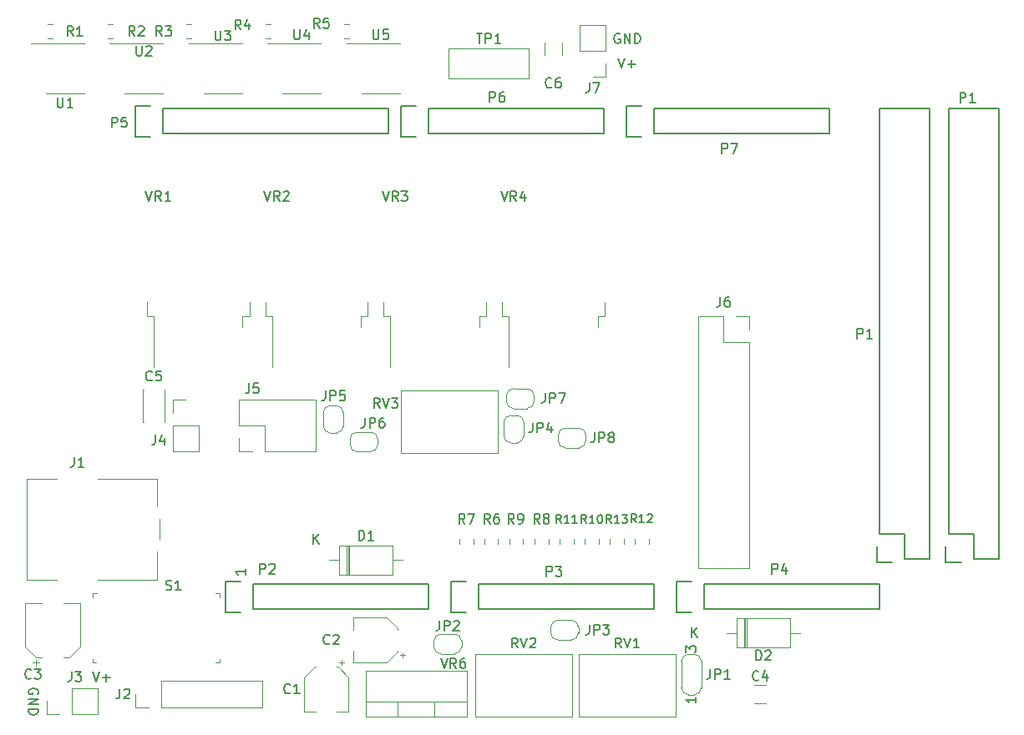
<source format=gbr>
G04 #@! TF.GenerationSoftware,KiCad,Pcbnew,(5.1.5)-3*
G04 #@! TF.CreationDate,2020-08-08T04:04:00-04:00*
G04 #@! TF.ProjectId,LT3081-ARDUINO-HEADERS,4c543330-3831-42d4-9152-4455494e4f2d,rev?*
G04 #@! TF.SameCoordinates,Original*
G04 #@! TF.FileFunction,Legend,Top*
G04 #@! TF.FilePolarity,Positive*
%FSLAX46Y46*%
G04 Gerber Fmt 4.6, Leading zero omitted, Abs format (unit mm)*
G04 Created by KiCad (PCBNEW (5.1.5)-3) date 2020-08-08 04:04:00*
%MOMM*%
%LPD*%
G04 APERTURE LIST*
%ADD10C,0.150000*%
%ADD11C,0.120000*%
%ADD12C,0.100000*%
G04 APERTURE END LIST*
D10*
X169738095Y-62000000D02*
X169642857Y-61952380D01*
X169500000Y-61952380D01*
X169357142Y-62000000D01*
X169261904Y-62095238D01*
X169214285Y-62190476D01*
X169166666Y-62380952D01*
X169166666Y-62523809D01*
X169214285Y-62714285D01*
X169261904Y-62809523D01*
X169357142Y-62904761D01*
X169500000Y-62952380D01*
X169595238Y-62952380D01*
X169738095Y-62904761D01*
X169785714Y-62857142D01*
X169785714Y-62523809D01*
X169595238Y-62523809D01*
X170214285Y-62952380D02*
X170214285Y-61952380D01*
X170785714Y-62952380D01*
X170785714Y-61952380D01*
X171261904Y-62952380D02*
X171261904Y-61952380D01*
X171500000Y-61952380D01*
X171642857Y-62000000D01*
X171738095Y-62095238D01*
X171785714Y-62190476D01*
X171833333Y-62380952D01*
X171833333Y-62523809D01*
X171785714Y-62714285D01*
X171738095Y-62809523D01*
X171642857Y-62904761D01*
X171500000Y-62952380D01*
X171261904Y-62952380D01*
X169547619Y-64452380D02*
X169880952Y-65452380D01*
X170214285Y-64452380D01*
X170547619Y-65071428D02*
X171309523Y-65071428D01*
X170928571Y-65452380D02*
X170928571Y-64690476D01*
X110750000Y-128988095D02*
X110797619Y-128892857D01*
X110797619Y-128750000D01*
X110750000Y-128607142D01*
X110654761Y-128511904D01*
X110559523Y-128464285D01*
X110369047Y-128416666D01*
X110226190Y-128416666D01*
X110035714Y-128464285D01*
X109940476Y-128511904D01*
X109845238Y-128607142D01*
X109797619Y-128750000D01*
X109797619Y-128845238D01*
X109845238Y-128988095D01*
X109892857Y-129035714D01*
X110226190Y-129035714D01*
X110226190Y-128845238D01*
X109797619Y-129464285D02*
X110797619Y-129464285D01*
X109797619Y-130035714D01*
X110797619Y-130035714D01*
X109797619Y-130511904D02*
X110797619Y-130511904D01*
X110797619Y-130750000D01*
X110750000Y-130892857D01*
X110654761Y-130988095D01*
X110559523Y-131035714D01*
X110369047Y-131083333D01*
X110226190Y-131083333D01*
X110035714Y-131035714D01*
X109940476Y-130988095D01*
X109845238Y-130892857D01*
X109797619Y-130750000D01*
X109797619Y-130511904D01*
X116297619Y-126702380D02*
X116630952Y-127702380D01*
X116964285Y-126702380D01*
X117297619Y-127321428D02*
X118059523Y-127321428D01*
X117678571Y-127702380D02*
X117678571Y-126940476D01*
X131770380Y-116300285D02*
X131770380Y-116871714D01*
X131770380Y-116586000D02*
X130770380Y-116586000D01*
X130913238Y-116681238D01*
X131008476Y-116776476D01*
X131056095Y-116871714D01*
X202800000Y-115580000D02*
X204350000Y-115580000D01*
X205620000Y-112760000D02*
X203080000Y-112760000D01*
X205620000Y-115300000D02*
X205620000Y-112760000D01*
X202800000Y-114030000D02*
X202800000Y-115580000D01*
X208160000Y-115300000D02*
X205620000Y-115300000D01*
X208160000Y-69580000D02*
X203080000Y-69580000D01*
X203080000Y-69580000D02*
X203080000Y-112760000D01*
X208160000Y-115300000D02*
X208160000Y-69580000D01*
D11*
X181540000Y-90670000D02*
X182870000Y-90670000D01*
X182870000Y-90670000D02*
X182870000Y-92000000D01*
X180270000Y-90670000D02*
X180270000Y-93270000D01*
X180270000Y-93270000D02*
X182870000Y-93270000D01*
X182870000Y-93270000D02*
X182870000Y-116190000D01*
X177670000Y-116190000D02*
X182870000Y-116190000D01*
X177670000Y-90670000D02*
X177670000Y-116190000D01*
X177670000Y-90670000D02*
X180270000Y-90670000D01*
X167510000Y-90675000D02*
X167510000Y-91775000D01*
X168200000Y-90675000D02*
X167510000Y-90675000D01*
X168200000Y-89175000D02*
X168200000Y-90675000D01*
X158490000Y-90675000D02*
X158490000Y-95800000D01*
X157800000Y-90675000D02*
X158490000Y-90675000D01*
X157800000Y-89175000D02*
X157800000Y-90675000D01*
X155510000Y-90675000D02*
X155510000Y-91775000D01*
X156200000Y-90675000D02*
X155510000Y-90675000D01*
X156200000Y-89175000D02*
X156200000Y-90675000D01*
X146490000Y-90675000D02*
X146490000Y-95800000D01*
X145800000Y-90675000D02*
X146490000Y-90675000D01*
X145800000Y-89175000D02*
X145800000Y-90675000D01*
X143510000Y-90675000D02*
X143510000Y-91775000D01*
X144200000Y-90675000D02*
X143510000Y-90675000D01*
X144200000Y-89175000D02*
X144200000Y-90675000D01*
X134490000Y-90675000D02*
X134490000Y-95800000D01*
X133800000Y-90675000D02*
X134490000Y-90675000D01*
X133800000Y-89175000D02*
X133800000Y-90675000D01*
X131510000Y-90675000D02*
X131510000Y-91775000D01*
X132200000Y-90675000D02*
X131510000Y-90675000D01*
X132200000Y-89175000D02*
X132200000Y-90675000D01*
X122490000Y-90675000D02*
X122490000Y-95800000D01*
X121800000Y-90675000D02*
X122490000Y-90675000D01*
X121800000Y-89175000D02*
X121800000Y-90675000D01*
X147249000Y-131270000D02*
X147249000Y-129760000D01*
X150950000Y-131270000D02*
X150950000Y-129760000D01*
X154220000Y-129760000D02*
X143980000Y-129760000D01*
X143980000Y-131270000D02*
X143980000Y-126629000D01*
X154220000Y-131270000D02*
X154220000Y-126629000D01*
X154220000Y-126629000D02*
X143980000Y-126629000D01*
X154220000Y-131270000D02*
X143980000Y-131270000D01*
X145500000Y-62940000D02*
X142050000Y-62940000D01*
X145500000Y-62940000D02*
X147450000Y-62940000D01*
X145500000Y-68060000D02*
X143550000Y-68060000D01*
X145500000Y-68060000D02*
X147450000Y-68060000D01*
X137500000Y-62940000D02*
X134050000Y-62940000D01*
X137500000Y-62940000D02*
X139450000Y-62940000D01*
X137500000Y-68060000D02*
X135550000Y-68060000D01*
X137500000Y-68060000D02*
X139450000Y-68060000D01*
X129500000Y-62940000D02*
X126050000Y-62940000D01*
X129500000Y-62940000D02*
X131450000Y-62940000D01*
X129500000Y-68060000D02*
X127550000Y-68060000D01*
X129500000Y-68060000D02*
X131450000Y-68060000D01*
X121500000Y-62940000D02*
X118050000Y-62940000D01*
X121500000Y-62940000D02*
X123450000Y-62940000D01*
X121500000Y-68060000D02*
X119550000Y-68060000D01*
X121500000Y-68060000D02*
X123450000Y-68060000D01*
X113500000Y-62940000D02*
X110050000Y-62940000D01*
X113500000Y-62940000D02*
X115450000Y-62940000D01*
X113500000Y-68060000D02*
X111550000Y-68060000D01*
X113500000Y-68060000D02*
X115450000Y-68060000D01*
X152400000Y-63500000D02*
X160500000Y-63500000D01*
X160500000Y-66500000D02*
X152400000Y-66500000D01*
X152400000Y-63500000D02*
X152400000Y-66500000D01*
X160500000Y-66500000D02*
X160500000Y-63500000D01*
D12*
X116300000Y-125775000D02*
X116300000Y-125425000D01*
X116675000Y-125775000D02*
X116300000Y-125775000D01*
X129200000Y-125775000D02*
X128800000Y-125775000D01*
X129200000Y-125775000D02*
X129200000Y-125400000D01*
X129200000Y-118725000D02*
X129200000Y-119150000D01*
X129200000Y-118725000D02*
X128750000Y-118725000D01*
X116325000Y-118725000D02*
X116775000Y-118725000D01*
X116300000Y-118725000D02*
X116300000Y-119150000D01*
D11*
X157345000Y-98220000D02*
X157345000Y-104560000D01*
X147575000Y-98220000D02*
X147575000Y-104560000D01*
X147575000Y-104560000D02*
X157345000Y-104560000D01*
X147575000Y-98220000D02*
X157345000Y-98220000D01*
X164885000Y-124970000D02*
X164885000Y-131310000D01*
X155115000Y-124970000D02*
X155115000Y-131310000D01*
X155115000Y-131310000D02*
X164885000Y-131310000D01*
X155115000Y-124970000D02*
X164885000Y-124970000D01*
X175385000Y-124970000D02*
X175385000Y-131310000D01*
X165615000Y-124970000D02*
X165615000Y-131310000D01*
X165615000Y-131310000D02*
X175385000Y-131310000D01*
X165615000Y-124970000D02*
X175385000Y-124970000D01*
X170130000Y-113771078D02*
X170130000Y-113253922D01*
X168710000Y-113771078D02*
X168710000Y-113253922D01*
X172670000Y-113771078D02*
X172670000Y-113253922D01*
X171250000Y-113771078D02*
X171250000Y-113253922D01*
X165060000Y-113771078D02*
X165060000Y-113253922D01*
X163640000Y-113771078D02*
X163640000Y-113253922D01*
X167600000Y-113771078D02*
X167600000Y-113253922D01*
X166180000Y-113771078D02*
X166180000Y-113253922D01*
X159960000Y-113771078D02*
X159960000Y-113253922D01*
X158540000Y-113771078D02*
X158540000Y-113253922D01*
X162510000Y-113771078D02*
X162510000Y-113253922D01*
X161090000Y-113771078D02*
X161090000Y-113253922D01*
X154910000Y-113771078D02*
X154910000Y-113253922D01*
X153490000Y-113771078D02*
X153490000Y-113253922D01*
X157410000Y-113771078D02*
X157410000Y-113253922D01*
X155990000Y-113771078D02*
X155990000Y-113253922D01*
X142321078Y-60990000D02*
X141803922Y-60990000D01*
X142321078Y-62410000D02*
X141803922Y-62410000D01*
X134346078Y-60990000D02*
X133828922Y-60990000D01*
X134346078Y-62410000D02*
X133828922Y-62410000D01*
X126346078Y-61040000D02*
X125828922Y-61040000D01*
X126346078Y-62460000D02*
X125828922Y-62460000D01*
X118346078Y-61040000D02*
X117828922Y-61040000D01*
X118346078Y-62460000D02*
X117828922Y-62460000D01*
X111703922Y-62460000D02*
X112221078Y-62460000D01*
X111703922Y-61040000D02*
X112221078Y-61040000D01*
X165600000Y-104000000D02*
X164200000Y-104000000D01*
X163500000Y-103300000D02*
X163500000Y-102700000D01*
X164200000Y-102000000D02*
X165600000Y-102000000D01*
X166300000Y-102700000D02*
X166300000Y-103300000D01*
X166300000Y-103300000D02*
G75*
G02X165600000Y-104000000I-700000J0D01*
G01*
X165600000Y-102000000D02*
G75*
G02X166300000Y-102700000I0J-700000D01*
G01*
X163500000Y-102700000D02*
G75*
G02X164200000Y-102000000I700000J0D01*
G01*
X164200000Y-104000000D02*
G75*
G02X163500000Y-103300000I0J700000D01*
G01*
X158950000Y-98000000D02*
X160350000Y-98000000D01*
X161050000Y-98700000D02*
X161050000Y-99300000D01*
X160350000Y-100000000D02*
X158950000Y-100000000D01*
X158250000Y-99300000D02*
X158250000Y-98700000D01*
X158250000Y-98700000D02*
G75*
G02X158950000Y-98000000I700000J0D01*
G01*
X158950000Y-100000000D02*
G75*
G02X158250000Y-99300000I0J700000D01*
G01*
X161050000Y-99300000D02*
G75*
G02X160350000Y-100000000I-700000J0D01*
G01*
X160350000Y-98000000D02*
G75*
G02X161050000Y-98700000I0J-700000D01*
G01*
X143100000Y-102400000D02*
X144500000Y-102400000D01*
X145200000Y-103100000D02*
X145200000Y-103700000D01*
X144500000Y-104400000D02*
X143100000Y-104400000D01*
X142400000Y-103700000D02*
X142400000Y-103100000D01*
X142400000Y-103100000D02*
G75*
G02X143100000Y-102400000I700000J0D01*
G01*
X143100000Y-104400000D02*
G75*
G02X142400000Y-103700000I0J700000D01*
G01*
X145200000Y-103700000D02*
G75*
G02X144500000Y-104400000I-700000J0D01*
G01*
X144500000Y-102400000D02*
G75*
G02X145200000Y-103100000I0J-700000D01*
G01*
X141700000Y-100400000D02*
X141700000Y-101800000D01*
X141000000Y-102500000D02*
X140400000Y-102500000D01*
X139700000Y-101800000D02*
X139700000Y-100400000D01*
X140400000Y-99700000D02*
X141000000Y-99700000D01*
X141000000Y-99700000D02*
G75*
G02X141700000Y-100400000I0J-700000D01*
G01*
X139700000Y-100400000D02*
G75*
G02X140400000Y-99700000I700000J0D01*
G01*
X140400000Y-102500000D02*
G75*
G02X139700000Y-101800000I0J700000D01*
G01*
X141700000Y-101800000D02*
G75*
G02X141000000Y-102500000I-700000J0D01*
G01*
X158000000Y-102800000D02*
X158000000Y-101400000D01*
X158700000Y-100700000D02*
X159300000Y-100700000D01*
X160000000Y-101400000D02*
X160000000Y-102800000D01*
X159300000Y-103500000D02*
X158700000Y-103500000D01*
X158700000Y-103500000D02*
G75*
G02X158000000Y-102800000I0J700000D01*
G01*
X160000000Y-102800000D02*
G75*
G02X159300000Y-103500000I-700000J0D01*
G01*
X159300000Y-100700000D02*
G75*
G02X160000000Y-101400000I0J-700000D01*
G01*
X158000000Y-101400000D02*
G75*
G02X158700000Y-100700000I700000J0D01*
G01*
X163450000Y-121500000D02*
X164850000Y-121500000D01*
X165550000Y-122200000D02*
X165550000Y-122800000D01*
X164850000Y-123500000D02*
X163450000Y-123500000D01*
X162750000Y-122800000D02*
X162750000Y-122200000D01*
X162750000Y-122200000D02*
G75*
G02X163450000Y-121500000I700000J0D01*
G01*
X163450000Y-123500000D02*
G75*
G02X162750000Y-122800000I0J700000D01*
G01*
X165550000Y-122800000D02*
G75*
G02X164850000Y-123500000I-700000J0D01*
G01*
X164850000Y-121500000D02*
G75*
G02X165550000Y-122200000I0J-700000D01*
G01*
X151600000Y-122900000D02*
X153000000Y-122900000D01*
X153700000Y-123600000D02*
X153700000Y-124200000D01*
X153000000Y-124900000D02*
X151600000Y-124900000D01*
X150900000Y-124200000D02*
X150900000Y-123600000D01*
X150900000Y-123600000D02*
G75*
G02X151600000Y-122900000I700000J0D01*
G01*
X151600000Y-124900000D02*
G75*
G02X150900000Y-124200000I0J700000D01*
G01*
X153700000Y-124200000D02*
G75*
G02X153000000Y-124900000I-700000J0D01*
G01*
X153000000Y-122900000D02*
G75*
G02X153700000Y-123600000I0J-700000D01*
G01*
X176700000Y-129050000D02*
G75*
G02X176000000Y-128350000I0J700000D01*
G01*
X178000000Y-128350000D02*
G75*
G02X177300000Y-129050000I-700000J0D01*
G01*
X177300000Y-124950000D02*
G75*
G02X178000000Y-125650000I0J-700000D01*
G01*
X176000000Y-125650000D02*
G75*
G02X176700000Y-124950000I700000J0D01*
G01*
X176000000Y-128400000D02*
X176000000Y-125600000D01*
X176700000Y-124950000D02*
X177300000Y-124950000D01*
X178000000Y-125600000D02*
X178000000Y-128400000D01*
X177300000Y-129050000D02*
X176700000Y-129050000D01*
X168330000Y-66330000D02*
X167000000Y-66330000D01*
X168330000Y-65000000D02*
X168330000Y-66330000D01*
X168330000Y-63730000D02*
X165670000Y-63730000D01*
X165670000Y-63730000D02*
X165670000Y-61130000D01*
X168330000Y-63730000D02*
X168330000Y-61130000D01*
X168330000Y-61130000D02*
X165670000Y-61130000D01*
X131170000Y-104330000D02*
X131170000Y-103000000D01*
X132500000Y-104330000D02*
X131170000Y-104330000D01*
X131170000Y-101730000D02*
X131170000Y-99130000D01*
X133770000Y-101730000D02*
X131170000Y-101730000D01*
X133770000Y-104330000D02*
X133770000Y-101730000D01*
X131170000Y-99130000D02*
X138910000Y-99130000D01*
X133770000Y-104330000D02*
X138910000Y-104330000D01*
X138910000Y-104330000D02*
X138910000Y-99130000D01*
X124420000Y-99130000D02*
X125750000Y-99130000D01*
X124420000Y-100460000D02*
X124420000Y-99130000D01*
X124420000Y-101730000D02*
X127080000Y-101730000D01*
X127080000Y-101730000D02*
X127080000Y-104330000D01*
X124420000Y-101730000D02*
X124420000Y-104330000D01*
X124420000Y-104330000D02*
X127080000Y-104330000D01*
X111630000Y-131040000D02*
X111630000Y-129710000D01*
X112960000Y-131040000D02*
X111630000Y-131040000D01*
X114230000Y-131040000D02*
X114230000Y-128380000D01*
X114230000Y-128380000D02*
X116830000Y-128380000D01*
X114230000Y-131040000D02*
X116830000Y-131040000D01*
X116830000Y-131040000D02*
X116830000Y-128380000D01*
X120670000Y-130330000D02*
X120670000Y-129000000D01*
X122000000Y-130330000D02*
X120670000Y-130330000D01*
X123270000Y-130330000D02*
X123270000Y-127670000D01*
X123270000Y-127670000D02*
X133490000Y-127670000D01*
X123270000Y-130330000D02*
X133490000Y-130330000D01*
X133490000Y-130330000D02*
X133490000Y-127670000D01*
X123050000Y-111250000D02*
X123050000Y-113250000D01*
X109640000Y-107140000D02*
X112700000Y-107140000D01*
X109640000Y-117360000D02*
X109640000Y-107140000D01*
X112700000Y-117360000D02*
X109640000Y-117360000D01*
X122860000Y-117360000D02*
X116800000Y-117360000D01*
X122860000Y-114550000D02*
X122860000Y-117360000D01*
X122860000Y-107140000D02*
X122860000Y-109950000D01*
X116800000Y-107140000D02*
X122860000Y-107140000D01*
X182340000Y-121330000D02*
X182340000Y-124270000D01*
X182580000Y-121330000D02*
X182580000Y-124270000D01*
X182460000Y-121330000D02*
X182460000Y-124270000D01*
X188020000Y-122800000D02*
X187000000Y-122800000D01*
X180540000Y-122800000D02*
X181560000Y-122800000D01*
X187000000Y-121330000D02*
X181560000Y-121330000D01*
X187000000Y-124270000D02*
X187000000Y-121330000D01*
X181560000Y-124270000D02*
X187000000Y-124270000D01*
X181560000Y-121330000D02*
X181560000Y-124270000D01*
X142080000Y-113930000D02*
X142080000Y-116870000D01*
X142320000Y-113930000D02*
X142320000Y-116870000D01*
X142200000Y-113930000D02*
X142200000Y-116870000D01*
X147760000Y-115400000D02*
X146740000Y-115400000D01*
X140280000Y-115400000D02*
X141300000Y-115400000D01*
X146740000Y-113930000D02*
X141300000Y-113930000D01*
X146740000Y-116870000D02*
X146740000Y-113930000D01*
X141300000Y-116870000D02*
X146740000Y-116870000D01*
X141300000Y-113930000D02*
X141300000Y-116870000D01*
X163910000Y-64114564D02*
X163910000Y-62910436D01*
X162090000Y-64114564D02*
X162090000Y-62910436D01*
X121445000Y-101370000D02*
X121380000Y-101370000D01*
X123620000Y-101370000D02*
X123555000Y-101370000D01*
X121445000Y-98130000D02*
X121380000Y-98130000D01*
X123620000Y-98130000D02*
X123555000Y-98130000D01*
X121380000Y-98130000D02*
X121380000Y-101370000D01*
X123620000Y-98130000D02*
X123620000Y-101370000D01*
X183385436Y-129910000D02*
X184589564Y-129910000D01*
X183385436Y-128090000D02*
X184589564Y-128090000D01*
X110252500Y-125812500D02*
X110877500Y-125812500D01*
X110565000Y-126125000D02*
X110565000Y-125500000D01*
X113945563Y-125260000D02*
X115010000Y-124195563D01*
X110554437Y-125260000D02*
X109490000Y-124195563D01*
X110554437Y-125260000D02*
X111190000Y-125260000D01*
X113945563Y-125260000D02*
X113310000Y-125260000D01*
X115010000Y-124195563D02*
X115010000Y-119740000D01*
X109490000Y-124195563D02*
X109490000Y-119740000D01*
X109490000Y-119740000D02*
X111190000Y-119740000D01*
X115010000Y-119740000D02*
X113310000Y-119740000D01*
X147700000Y-125310000D02*
X147700000Y-124810000D01*
X147950000Y-125060000D02*
X147450000Y-125060000D01*
X147210000Y-122304437D02*
X146145563Y-121240000D01*
X147210000Y-124695563D02*
X146145563Y-125760000D01*
X147210000Y-124695563D02*
X147210000Y-124560000D01*
X147210000Y-122304437D02*
X147210000Y-122440000D01*
X146145563Y-121240000D02*
X142690000Y-121240000D01*
X146145563Y-125760000D02*
X142690000Y-125760000D01*
X142690000Y-125760000D02*
X142690000Y-124560000D01*
X142690000Y-121240000D02*
X142690000Y-122440000D01*
X141810000Y-125750000D02*
X141310000Y-125750000D01*
X141560000Y-125500000D02*
X141560000Y-126000000D01*
X138804437Y-126240000D02*
X137740000Y-127304437D01*
X141195563Y-126240000D02*
X142260000Y-127304437D01*
X141195563Y-126240000D02*
X141060000Y-126240000D01*
X138804437Y-126240000D02*
X138940000Y-126240000D01*
X137740000Y-127304437D02*
X137740000Y-130760000D01*
X142260000Y-127304437D02*
X142260000Y-130760000D01*
X142260000Y-130760000D02*
X141060000Y-130760000D01*
X137740000Y-130760000D02*
X138940000Y-130760000D01*
D10*
X201168000Y-115316000D02*
X201168000Y-69596000D01*
X196088000Y-69596000D02*
X196088000Y-112776000D01*
X201168000Y-69596000D02*
X196088000Y-69596000D01*
X201168000Y-115316000D02*
X198628000Y-115316000D01*
X195808000Y-114046000D02*
X195808000Y-115596000D01*
X198628000Y-115316000D02*
X198628000Y-112776000D01*
X198628000Y-112776000D02*
X196088000Y-112776000D01*
X195808000Y-115596000D02*
X197358000Y-115596000D01*
X132588000Y-120396000D02*
X150368000Y-120396000D01*
X150368000Y-120396000D02*
X150368000Y-117856000D01*
X150368000Y-117856000D02*
X132588000Y-117856000D01*
X129768000Y-120676000D02*
X131318000Y-120676000D01*
X132588000Y-120396000D02*
X132588000Y-117856000D01*
X131318000Y-117576000D02*
X129768000Y-117576000D01*
X129768000Y-117576000D02*
X129768000Y-120676000D01*
X155448000Y-120396000D02*
X173228000Y-120396000D01*
X173228000Y-120396000D02*
X173228000Y-117856000D01*
X173228000Y-117856000D02*
X155448000Y-117856000D01*
X152628000Y-120676000D02*
X154178000Y-120676000D01*
X155448000Y-120396000D02*
X155448000Y-117856000D01*
X154178000Y-117576000D02*
X152628000Y-117576000D01*
X152628000Y-117576000D02*
X152628000Y-120676000D01*
X178308000Y-120396000D02*
X196088000Y-120396000D01*
X196088000Y-120396000D02*
X196088000Y-117856000D01*
X196088000Y-117856000D02*
X178308000Y-117856000D01*
X175488000Y-120676000D02*
X177038000Y-120676000D01*
X178308000Y-120396000D02*
X178308000Y-117856000D01*
X177038000Y-117576000D02*
X175488000Y-117576000D01*
X175488000Y-117576000D02*
X175488000Y-120676000D01*
X123444000Y-72136000D02*
X146304000Y-72136000D01*
X146304000Y-72136000D02*
X146304000Y-69596000D01*
X146304000Y-69596000D02*
X123444000Y-69596000D01*
X120624000Y-72416000D02*
X122174000Y-72416000D01*
X123444000Y-72136000D02*
X123444000Y-69596000D01*
X122174000Y-69316000D02*
X120624000Y-69316000D01*
X120624000Y-69316000D02*
X120624000Y-72416000D01*
X150368000Y-72136000D02*
X168148000Y-72136000D01*
X168148000Y-72136000D02*
X168148000Y-69596000D01*
X168148000Y-69596000D02*
X150368000Y-69596000D01*
X147548000Y-72416000D02*
X149098000Y-72416000D01*
X150368000Y-72136000D02*
X150368000Y-69596000D01*
X149098000Y-69316000D02*
X147548000Y-69316000D01*
X147548000Y-69316000D02*
X147548000Y-72416000D01*
X173228000Y-72136000D02*
X191008000Y-72136000D01*
X191008000Y-72136000D02*
X191008000Y-69596000D01*
X191008000Y-69596000D02*
X173228000Y-69596000D01*
X170408000Y-72416000D02*
X171958000Y-72416000D01*
X173228000Y-72136000D02*
X173228000Y-69596000D01*
X171958000Y-69316000D02*
X170408000Y-69316000D01*
X170408000Y-69316000D02*
X170408000Y-72416000D01*
X204261904Y-68952380D02*
X204261904Y-67952380D01*
X204642857Y-67952380D01*
X204738095Y-68000000D01*
X204785714Y-68047619D01*
X204833333Y-68142857D01*
X204833333Y-68285714D01*
X204785714Y-68380952D01*
X204738095Y-68428571D01*
X204642857Y-68476190D01*
X204261904Y-68476190D01*
X205785714Y-68952380D02*
X205214285Y-68952380D01*
X205500000Y-68952380D02*
X205500000Y-67952380D01*
X205404761Y-68095238D01*
X205309523Y-68190476D01*
X205214285Y-68238095D01*
X179936666Y-88682380D02*
X179936666Y-89396666D01*
X179889047Y-89539523D01*
X179793809Y-89634761D01*
X179650952Y-89682380D01*
X179555714Y-89682380D01*
X180841428Y-88682380D02*
X180650952Y-88682380D01*
X180555714Y-88730000D01*
X180508095Y-88777619D01*
X180412857Y-88920476D01*
X180365238Y-89110952D01*
X180365238Y-89491904D01*
X180412857Y-89587142D01*
X180460476Y-89634761D01*
X180555714Y-89682380D01*
X180746190Y-89682380D01*
X180841428Y-89634761D01*
X180889047Y-89587142D01*
X180936666Y-89491904D01*
X180936666Y-89253809D01*
X180889047Y-89158571D01*
X180841428Y-89110952D01*
X180746190Y-89063333D01*
X180555714Y-89063333D01*
X180460476Y-89110952D01*
X180412857Y-89158571D01*
X180365238Y-89253809D01*
X157690476Y-77952380D02*
X158023809Y-78952380D01*
X158357142Y-77952380D01*
X159261904Y-78952380D02*
X158928571Y-78476190D01*
X158690476Y-78952380D02*
X158690476Y-77952380D01*
X159071428Y-77952380D01*
X159166666Y-78000000D01*
X159214285Y-78047619D01*
X159261904Y-78142857D01*
X159261904Y-78285714D01*
X159214285Y-78380952D01*
X159166666Y-78428571D01*
X159071428Y-78476190D01*
X158690476Y-78476190D01*
X160119047Y-78285714D02*
X160119047Y-78952380D01*
X159880952Y-77904761D02*
X159642857Y-78619047D01*
X160261904Y-78619047D01*
X145690476Y-77952380D02*
X146023809Y-78952380D01*
X146357142Y-77952380D01*
X147261904Y-78952380D02*
X146928571Y-78476190D01*
X146690476Y-78952380D02*
X146690476Y-77952380D01*
X147071428Y-77952380D01*
X147166666Y-78000000D01*
X147214285Y-78047619D01*
X147261904Y-78142857D01*
X147261904Y-78285714D01*
X147214285Y-78380952D01*
X147166666Y-78428571D01*
X147071428Y-78476190D01*
X146690476Y-78476190D01*
X147595238Y-77952380D02*
X148214285Y-77952380D01*
X147880952Y-78333333D01*
X148023809Y-78333333D01*
X148119047Y-78380952D01*
X148166666Y-78428571D01*
X148214285Y-78523809D01*
X148214285Y-78761904D01*
X148166666Y-78857142D01*
X148119047Y-78904761D01*
X148023809Y-78952380D01*
X147738095Y-78952380D01*
X147642857Y-78904761D01*
X147595238Y-78857142D01*
X133690476Y-77952380D02*
X134023809Y-78952380D01*
X134357142Y-77952380D01*
X135261904Y-78952380D02*
X134928571Y-78476190D01*
X134690476Y-78952380D02*
X134690476Y-77952380D01*
X135071428Y-77952380D01*
X135166666Y-78000000D01*
X135214285Y-78047619D01*
X135261904Y-78142857D01*
X135261904Y-78285714D01*
X135214285Y-78380952D01*
X135166666Y-78428571D01*
X135071428Y-78476190D01*
X134690476Y-78476190D01*
X135642857Y-78047619D02*
X135690476Y-78000000D01*
X135785714Y-77952380D01*
X136023809Y-77952380D01*
X136119047Y-78000000D01*
X136166666Y-78047619D01*
X136214285Y-78142857D01*
X136214285Y-78238095D01*
X136166666Y-78380952D01*
X135595238Y-78952380D01*
X136214285Y-78952380D01*
X121690476Y-77952380D02*
X122023809Y-78952380D01*
X122357142Y-77952380D01*
X123261904Y-78952380D02*
X122928571Y-78476190D01*
X122690476Y-78952380D02*
X122690476Y-77952380D01*
X123071428Y-77952380D01*
X123166666Y-78000000D01*
X123214285Y-78047619D01*
X123261904Y-78142857D01*
X123261904Y-78285714D01*
X123214285Y-78380952D01*
X123166666Y-78428571D01*
X123071428Y-78476190D01*
X122690476Y-78476190D01*
X124214285Y-78952380D02*
X123642857Y-78952380D01*
X123928571Y-78952380D02*
X123928571Y-77952380D01*
X123833333Y-78095238D01*
X123738095Y-78190476D01*
X123642857Y-78238095D01*
X151590476Y-125352380D02*
X151923809Y-126352380D01*
X152257142Y-125352380D01*
X153161904Y-126352380D02*
X152828571Y-125876190D01*
X152590476Y-126352380D02*
X152590476Y-125352380D01*
X152971428Y-125352380D01*
X153066666Y-125400000D01*
X153114285Y-125447619D01*
X153161904Y-125542857D01*
X153161904Y-125685714D01*
X153114285Y-125780952D01*
X153066666Y-125828571D01*
X152971428Y-125876190D01*
X152590476Y-125876190D01*
X154019047Y-125352380D02*
X153828571Y-125352380D01*
X153733333Y-125400000D01*
X153685714Y-125447619D01*
X153590476Y-125590476D01*
X153542857Y-125780952D01*
X153542857Y-126161904D01*
X153590476Y-126257142D01*
X153638095Y-126304761D01*
X153733333Y-126352380D01*
X153923809Y-126352380D01*
X154019047Y-126304761D01*
X154066666Y-126257142D01*
X154114285Y-126161904D01*
X154114285Y-125923809D01*
X154066666Y-125828571D01*
X154019047Y-125780952D01*
X153923809Y-125733333D01*
X153733333Y-125733333D01*
X153638095Y-125780952D01*
X153590476Y-125828571D01*
X153542857Y-125923809D01*
X144738095Y-61552380D02*
X144738095Y-62361904D01*
X144785714Y-62457142D01*
X144833333Y-62504761D01*
X144928571Y-62552380D01*
X145119047Y-62552380D01*
X145214285Y-62504761D01*
X145261904Y-62457142D01*
X145309523Y-62361904D01*
X145309523Y-61552380D01*
X146261904Y-61552380D02*
X145785714Y-61552380D01*
X145738095Y-62028571D01*
X145785714Y-61980952D01*
X145880952Y-61933333D01*
X146119047Y-61933333D01*
X146214285Y-61980952D01*
X146261904Y-62028571D01*
X146309523Y-62123809D01*
X146309523Y-62361904D01*
X146261904Y-62457142D01*
X146214285Y-62504761D01*
X146119047Y-62552380D01*
X145880952Y-62552380D01*
X145785714Y-62504761D01*
X145738095Y-62457142D01*
X136738095Y-61552380D02*
X136738095Y-62361904D01*
X136785714Y-62457142D01*
X136833333Y-62504761D01*
X136928571Y-62552380D01*
X137119047Y-62552380D01*
X137214285Y-62504761D01*
X137261904Y-62457142D01*
X137309523Y-62361904D01*
X137309523Y-61552380D01*
X138214285Y-61885714D02*
X138214285Y-62552380D01*
X137976190Y-61504761D02*
X137738095Y-62219047D01*
X138357142Y-62219047D01*
X128738095Y-61652380D02*
X128738095Y-62461904D01*
X128785714Y-62557142D01*
X128833333Y-62604761D01*
X128928571Y-62652380D01*
X129119047Y-62652380D01*
X129214285Y-62604761D01*
X129261904Y-62557142D01*
X129309523Y-62461904D01*
X129309523Y-61652380D01*
X129690476Y-61652380D02*
X130309523Y-61652380D01*
X129976190Y-62033333D01*
X130119047Y-62033333D01*
X130214285Y-62080952D01*
X130261904Y-62128571D01*
X130309523Y-62223809D01*
X130309523Y-62461904D01*
X130261904Y-62557142D01*
X130214285Y-62604761D01*
X130119047Y-62652380D01*
X129833333Y-62652380D01*
X129738095Y-62604761D01*
X129690476Y-62557142D01*
X120738095Y-63202380D02*
X120738095Y-64011904D01*
X120785714Y-64107142D01*
X120833333Y-64154761D01*
X120928571Y-64202380D01*
X121119047Y-64202380D01*
X121214285Y-64154761D01*
X121261904Y-64107142D01*
X121309523Y-64011904D01*
X121309523Y-63202380D01*
X121738095Y-63297619D02*
X121785714Y-63250000D01*
X121880952Y-63202380D01*
X122119047Y-63202380D01*
X122214285Y-63250000D01*
X122261904Y-63297619D01*
X122309523Y-63392857D01*
X122309523Y-63488095D01*
X122261904Y-63630952D01*
X121690476Y-64202380D01*
X122309523Y-64202380D01*
X112738095Y-68452380D02*
X112738095Y-69261904D01*
X112785714Y-69357142D01*
X112833333Y-69404761D01*
X112928571Y-69452380D01*
X113119047Y-69452380D01*
X113214285Y-69404761D01*
X113261904Y-69357142D01*
X113309523Y-69261904D01*
X113309523Y-68452380D01*
X114309523Y-69452380D02*
X113738095Y-69452380D01*
X114023809Y-69452380D02*
X114023809Y-68452380D01*
X113928571Y-68595238D01*
X113833333Y-68690476D01*
X113738095Y-68738095D01*
X155238095Y-61952380D02*
X155809523Y-61952380D01*
X155523809Y-62952380D02*
X155523809Y-61952380D01*
X156142857Y-62952380D02*
X156142857Y-61952380D01*
X156523809Y-61952380D01*
X156619047Y-62000000D01*
X156666666Y-62047619D01*
X156714285Y-62142857D01*
X156714285Y-62285714D01*
X156666666Y-62380952D01*
X156619047Y-62428571D01*
X156523809Y-62476190D01*
X156142857Y-62476190D01*
X157666666Y-62952380D02*
X157095238Y-62952380D01*
X157380952Y-62952380D02*
X157380952Y-61952380D01*
X157285714Y-62095238D01*
X157190476Y-62190476D01*
X157095238Y-62238095D01*
X123738095Y-118404761D02*
X123880952Y-118452380D01*
X124119047Y-118452380D01*
X124214285Y-118404761D01*
X124261904Y-118357142D01*
X124309523Y-118261904D01*
X124309523Y-118166666D01*
X124261904Y-118071428D01*
X124214285Y-118023809D01*
X124119047Y-117976190D01*
X123928571Y-117928571D01*
X123833333Y-117880952D01*
X123785714Y-117833333D01*
X123738095Y-117738095D01*
X123738095Y-117642857D01*
X123785714Y-117547619D01*
X123833333Y-117500000D01*
X123928571Y-117452380D01*
X124166666Y-117452380D01*
X124309523Y-117500000D01*
X125261904Y-118452380D02*
X124690476Y-118452380D01*
X124976190Y-118452380D02*
X124976190Y-117452380D01*
X124880952Y-117595238D01*
X124785714Y-117690476D01*
X124690476Y-117738095D01*
X145404761Y-99952380D02*
X145071428Y-99476190D01*
X144833333Y-99952380D02*
X144833333Y-98952380D01*
X145214285Y-98952380D01*
X145309523Y-99000000D01*
X145357142Y-99047619D01*
X145404761Y-99142857D01*
X145404761Y-99285714D01*
X145357142Y-99380952D01*
X145309523Y-99428571D01*
X145214285Y-99476190D01*
X144833333Y-99476190D01*
X145690476Y-98952380D02*
X146023809Y-99952380D01*
X146357142Y-98952380D01*
X146595238Y-98952380D02*
X147214285Y-98952380D01*
X146880952Y-99333333D01*
X147023809Y-99333333D01*
X147119047Y-99380952D01*
X147166666Y-99428571D01*
X147214285Y-99523809D01*
X147214285Y-99761904D01*
X147166666Y-99857142D01*
X147119047Y-99904761D01*
X147023809Y-99952380D01*
X146738095Y-99952380D01*
X146642857Y-99904761D01*
X146595238Y-99857142D01*
X159404761Y-124292380D02*
X159071428Y-123816190D01*
X158833333Y-124292380D02*
X158833333Y-123292380D01*
X159214285Y-123292380D01*
X159309523Y-123340000D01*
X159357142Y-123387619D01*
X159404761Y-123482857D01*
X159404761Y-123625714D01*
X159357142Y-123720952D01*
X159309523Y-123768571D01*
X159214285Y-123816190D01*
X158833333Y-123816190D01*
X159690476Y-123292380D02*
X160023809Y-124292380D01*
X160357142Y-123292380D01*
X160642857Y-123387619D02*
X160690476Y-123340000D01*
X160785714Y-123292380D01*
X161023809Y-123292380D01*
X161119047Y-123340000D01*
X161166666Y-123387619D01*
X161214285Y-123482857D01*
X161214285Y-123578095D01*
X161166666Y-123720952D01*
X160595238Y-124292380D01*
X161214285Y-124292380D01*
X169904761Y-124292380D02*
X169571428Y-123816190D01*
X169333333Y-124292380D02*
X169333333Y-123292380D01*
X169714285Y-123292380D01*
X169809523Y-123340000D01*
X169857142Y-123387619D01*
X169904761Y-123482857D01*
X169904761Y-123625714D01*
X169857142Y-123720952D01*
X169809523Y-123768571D01*
X169714285Y-123816190D01*
X169333333Y-123816190D01*
X170190476Y-123292380D02*
X170523809Y-124292380D01*
X170857142Y-123292380D01*
X171714285Y-124292380D02*
X171142857Y-124292380D01*
X171428571Y-124292380D02*
X171428571Y-123292380D01*
X171333333Y-123435238D01*
X171238095Y-123530476D01*
X171142857Y-123578095D01*
X168878571Y-111634523D02*
X168595238Y-111229761D01*
X168392857Y-111634523D02*
X168392857Y-110784523D01*
X168716666Y-110784523D01*
X168797619Y-110825000D01*
X168838095Y-110865476D01*
X168878571Y-110946428D01*
X168878571Y-111067857D01*
X168838095Y-111148809D01*
X168797619Y-111189285D01*
X168716666Y-111229761D01*
X168392857Y-111229761D01*
X169688095Y-111634523D02*
X169202380Y-111634523D01*
X169445238Y-111634523D02*
X169445238Y-110784523D01*
X169364285Y-110905952D01*
X169283333Y-110986904D01*
X169202380Y-111027380D01*
X169971428Y-110784523D02*
X170497619Y-110784523D01*
X170214285Y-111108333D01*
X170335714Y-111108333D01*
X170416666Y-111148809D01*
X170457142Y-111189285D01*
X170497619Y-111270238D01*
X170497619Y-111472619D01*
X170457142Y-111553571D01*
X170416666Y-111594047D01*
X170335714Y-111634523D01*
X170092857Y-111634523D01*
X170011904Y-111594047D01*
X169971428Y-111553571D01*
X171403571Y-111584523D02*
X171120238Y-111179761D01*
X170917857Y-111584523D02*
X170917857Y-110734523D01*
X171241666Y-110734523D01*
X171322619Y-110775000D01*
X171363095Y-110815476D01*
X171403571Y-110896428D01*
X171403571Y-111017857D01*
X171363095Y-111098809D01*
X171322619Y-111139285D01*
X171241666Y-111179761D01*
X170917857Y-111179761D01*
X172213095Y-111584523D02*
X171727380Y-111584523D01*
X171970238Y-111584523D02*
X171970238Y-110734523D01*
X171889285Y-110855952D01*
X171808333Y-110936904D01*
X171727380Y-110977380D01*
X172536904Y-110815476D02*
X172577380Y-110775000D01*
X172658333Y-110734523D01*
X172860714Y-110734523D01*
X172941666Y-110775000D01*
X172982142Y-110815476D01*
X173022619Y-110896428D01*
X173022619Y-110977380D01*
X172982142Y-111098809D01*
X172496428Y-111584523D01*
X173022619Y-111584523D01*
X163803571Y-111634523D02*
X163520238Y-111229761D01*
X163317857Y-111634523D02*
X163317857Y-110784523D01*
X163641666Y-110784523D01*
X163722619Y-110825000D01*
X163763095Y-110865476D01*
X163803571Y-110946428D01*
X163803571Y-111067857D01*
X163763095Y-111148809D01*
X163722619Y-111189285D01*
X163641666Y-111229761D01*
X163317857Y-111229761D01*
X164613095Y-111634523D02*
X164127380Y-111634523D01*
X164370238Y-111634523D02*
X164370238Y-110784523D01*
X164289285Y-110905952D01*
X164208333Y-110986904D01*
X164127380Y-111027380D01*
X165422619Y-111634523D02*
X164936904Y-111634523D01*
X165179761Y-111634523D02*
X165179761Y-110784523D01*
X165098809Y-110905952D01*
X165017857Y-110986904D01*
X164936904Y-111027380D01*
X166343571Y-111654523D02*
X166060238Y-111249761D01*
X165857857Y-111654523D02*
X165857857Y-110804523D01*
X166181666Y-110804523D01*
X166262619Y-110845000D01*
X166303095Y-110885476D01*
X166343571Y-110966428D01*
X166343571Y-111087857D01*
X166303095Y-111168809D01*
X166262619Y-111209285D01*
X166181666Y-111249761D01*
X165857857Y-111249761D01*
X167153095Y-111654523D02*
X166667380Y-111654523D01*
X166910238Y-111654523D02*
X166910238Y-110804523D01*
X166829285Y-110925952D01*
X166748333Y-111006904D01*
X166667380Y-111047380D01*
X167679285Y-110804523D02*
X167760238Y-110804523D01*
X167841190Y-110845000D01*
X167881666Y-110885476D01*
X167922142Y-110966428D01*
X167962619Y-111128333D01*
X167962619Y-111330714D01*
X167922142Y-111492619D01*
X167881666Y-111573571D01*
X167841190Y-111614047D01*
X167760238Y-111654523D01*
X167679285Y-111654523D01*
X167598333Y-111614047D01*
X167557857Y-111573571D01*
X167517380Y-111492619D01*
X167476904Y-111330714D01*
X167476904Y-111128333D01*
X167517380Y-110966428D01*
X167557857Y-110885476D01*
X167598333Y-110845000D01*
X167679285Y-110804523D01*
X159023333Y-111702380D02*
X158690000Y-111226190D01*
X158451904Y-111702380D02*
X158451904Y-110702380D01*
X158832857Y-110702380D01*
X158928095Y-110750000D01*
X158975714Y-110797619D01*
X159023333Y-110892857D01*
X159023333Y-111035714D01*
X158975714Y-111130952D01*
X158928095Y-111178571D01*
X158832857Y-111226190D01*
X158451904Y-111226190D01*
X159499523Y-111702380D02*
X159690000Y-111702380D01*
X159785238Y-111654761D01*
X159832857Y-111607142D01*
X159928095Y-111464285D01*
X159975714Y-111273809D01*
X159975714Y-110892857D01*
X159928095Y-110797619D01*
X159880476Y-110750000D01*
X159785238Y-110702380D01*
X159594761Y-110702380D01*
X159499523Y-110750000D01*
X159451904Y-110797619D01*
X159404285Y-110892857D01*
X159404285Y-111130952D01*
X159451904Y-111226190D01*
X159499523Y-111273809D01*
X159594761Y-111321428D01*
X159785238Y-111321428D01*
X159880476Y-111273809D01*
X159928095Y-111226190D01*
X159975714Y-111130952D01*
X161633333Y-111702380D02*
X161300000Y-111226190D01*
X161061904Y-111702380D02*
X161061904Y-110702380D01*
X161442857Y-110702380D01*
X161538095Y-110750000D01*
X161585714Y-110797619D01*
X161633333Y-110892857D01*
X161633333Y-111035714D01*
X161585714Y-111130952D01*
X161538095Y-111178571D01*
X161442857Y-111226190D01*
X161061904Y-111226190D01*
X162204761Y-111130952D02*
X162109523Y-111083333D01*
X162061904Y-111035714D01*
X162014285Y-110940476D01*
X162014285Y-110892857D01*
X162061904Y-110797619D01*
X162109523Y-110750000D01*
X162204761Y-110702380D01*
X162395238Y-110702380D01*
X162490476Y-110750000D01*
X162538095Y-110797619D01*
X162585714Y-110892857D01*
X162585714Y-110940476D01*
X162538095Y-111035714D01*
X162490476Y-111083333D01*
X162395238Y-111130952D01*
X162204761Y-111130952D01*
X162109523Y-111178571D01*
X162061904Y-111226190D01*
X162014285Y-111321428D01*
X162014285Y-111511904D01*
X162061904Y-111607142D01*
X162109523Y-111654761D01*
X162204761Y-111702380D01*
X162395238Y-111702380D01*
X162490476Y-111654761D01*
X162538095Y-111607142D01*
X162585714Y-111511904D01*
X162585714Y-111321428D01*
X162538095Y-111226190D01*
X162490476Y-111178571D01*
X162395238Y-111130952D01*
X154033333Y-111702380D02*
X153700000Y-111226190D01*
X153461904Y-111702380D02*
X153461904Y-110702380D01*
X153842857Y-110702380D01*
X153938095Y-110750000D01*
X153985714Y-110797619D01*
X154033333Y-110892857D01*
X154033333Y-111035714D01*
X153985714Y-111130952D01*
X153938095Y-111178571D01*
X153842857Y-111226190D01*
X153461904Y-111226190D01*
X154366666Y-110702380D02*
X155033333Y-110702380D01*
X154604761Y-111702380D01*
X156583333Y-111702380D02*
X156250000Y-111226190D01*
X156011904Y-111702380D02*
X156011904Y-110702380D01*
X156392857Y-110702380D01*
X156488095Y-110750000D01*
X156535714Y-110797619D01*
X156583333Y-110892857D01*
X156583333Y-111035714D01*
X156535714Y-111130952D01*
X156488095Y-111178571D01*
X156392857Y-111226190D01*
X156011904Y-111226190D01*
X157440476Y-110702380D02*
X157250000Y-110702380D01*
X157154761Y-110750000D01*
X157107142Y-110797619D01*
X157011904Y-110940476D01*
X156964285Y-111130952D01*
X156964285Y-111511904D01*
X157011904Y-111607142D01*
X157059523Y-111654761D01*
X157154761Y-111702380D01*
X157345238Y-111702380D01*
X157440476Y-111654761D01*
X157488095Y-111607142D01*
X157535714Y-111511904D01*
X157535714Y-111273809D01*
X157488095Y-111178571D01*
X157440476Y-111130952D01*
X157345238Y-111083333D01*
X157154761Y-111083333D01*
X157059523Y-111130952D01*
X157011904Y-111178571D01*
X156964285Y-111273809D01*
X139303333Y-61402380D02*
X138970000Y-60926190D01*
X138731904Y-61402380D02*
X138731904Y-60402380D01*
X139112857Y-60402380D01*
X139208095Y-60450000D01*
X139255714Y-60497619D01*
X139303333Y-60592857D01*
X139303333Y-60735714D01*
X139255714Y-60830952D01*
X139208095Y-60878571D01*
X139112857Y-60926190D01*
X138731904Y-60926190D01*
X140208095Y-60402380D02*
X139731904Y-60402380D01*
X139684285Y-60878571D01*
X139731904Y-60830952D01*
X139827142Y-60783333D01*
X140065238Y-60783333D01*
X140160476Y-60830952D01*
X140208095Y-60878571D01*
X140255714Y-60973809D01*
X140255714Y-61211904D01*
X140208095Y-61307142D01*
X140160476Y-61354761D01*
X140065238Y-61402380D01*
X139827142Y-61402380D01*
X139731904Y-61354761D01*
X139684285Y-61307142D01*
X131333333Y-61552380D02*
X131000000Y-61076190D01*
X130761904Y-61552380D02*
X130761904Y-60552380D01*
X131142857Y-60552380D01*
X131238095Y-60600000D01*
X131285714Y-60647619D01*
X131333333Y-60742857D01*
X131333333Y-60885714D01*
X131285714Y-60980952D01*
X131238095Y-61028571D01*
X131142857Y-61076190D01*
X130761904Y-61076190D01*
X132190476Y-60885714D02*
X132190476Y-61552380D01*
X131952380Y-60504761D02*
X131714285Y-61219047D01*
X132333333Y-61219047D01*
X123333333Y-62202380D02*
X123000000Y-61726190D01*
X122761904Y-62202380D02*
X122761904Y-61202380D01*
X123142857Y-61202380D01*
X123238095Y-61250000D01*
X123285714Y-61297619D01*
X123333333Y-61392857D01*
X123333333Y-61535714D01*
X123285714Y-61630952D01*
X123238095Y-61678571D01*
X123142857Y-61726190D01*
X122761904Y-61726190D01*
X123666666Y-61202380D02*
X124285714Y-61202380D01*
X123952380Y-61583333D01*
X124095238Y-61583333D01*
X124190476Y-61630952D01*
X124238095Y-61678571D01*
X124285714Y-61773809D01*
X124285714Y-62011904D01*
X124238095Y-62107142D01*
X124190476Y-62154761D01*
X124095238Y-62202380D01*
X123809523Y-62202380D01*
X123714285Y-62154761D01*
X123666666Y-62107142D01*
X120583333Y-62202380D02*
X120250000Y-61726190D01*
X120011904Y-62202380D02*
X120011904Y-61202380D01*
X120392857Y-61202380D01*
X120488095Y-61250000D01*
X120535714Y-61297619D01*
X120583333Y-61392857D01*
X120583333Y-61535714D01*
X120535714Y-61630952D01*
X120488095Y-61678571D01*
X120392857Y-61726190D01*
X120011904Y-61726190D01*
X120964285Y-61297619D02*
X121011904Y-61250000D01*
X121107142Y-61202380D01*
X121345238Y-61202380D01*
X121440476Y-61250000D01*
X121488095Y-61297619D01*
X121535714Y-61392857D01*
X121535714Y-61488095D01*
X121488095Y-61630952D01*
X120916666Y-62202380D01*
X121535714Y-62202380D01*
X114333333Y-62202380D02*
X114000000Y-61726190D01*
X113761904Y-62202380D02*
X113761904Y-61202380D01*
X114142857Y-61202380D01*
X114238095Y-61250000D01*
X114285714Y-61297619D01*
X114333333Y-61392857D01*
X114333333Y-61535714D01*
X114285714Y-61630952D01*
X114238095Y-61678571D01*
X114142857Y-61726190D01*
X113761904Y-61726190D01*
X115285714Y-62202380D02*
X114714285Y-62202380D01*
X115000000Y-62202380D02*
X115000000Y-61202380D01*
X114904761Y-61345238D01*
X114809523Y-61440476D01*
X114714285Y-61488095D01*
X167166666Y-102452380D02*
X167166666Y-103166666D01*
X167119047Y-103309523D01*
X167023809Y-103404761D01*
X166880952Y-103452380D01*
X166785714Y-103452380D01*
X167642857Y-103452380D02*
X167642857Y-102452380D01*
X168023809Y-102452380D01*
X168119047Y-102500000D01*
X168166666Y-102547619D01*
X168214285Y-102642857D01*
X168214285Y-102785714D01*
X168166666Y-102880952D01*
X168119047Y-102928571D01*
X168023809Y-102976190D01*
X167642857Y-102976190D01*
X168785714Y-102880952D02*
X168690476Y-102833333D01*
X168642857Y-102785714D01*
X168595238Y-102690476D01*
X168595238Y-102642857D01*
X168642857Y-102547619D01*
X168690476Y-102500000D01*
X168785714Y-102452380D01*
X168976190Y-102452380D01*
X169071428Y-102500000D01*
X169119047Y-102547619D01*
X169166666Y-102642857D01*
X169166666Y-102690476D01*
X169119047Y-102785714D01*
X169071428Y-102833333D01*
X168976190Y-102880952D01*
X168785714Y-102880952D01*
X168690476Y-102928571D01*
X168642857Y-102976190D01*
X168595238Y-103071428D01*
X168595238Y-103261904D01*
X168642857Y-103357142D01*
X168690476Y-103404761D01*
X168785714Y-103452380D01*
X168976190Y-103452380D01*
X169071428Y-103404761D01*
X169119047Y-103357142D01*
X169166666Y-103261904D01*
X169166666Y-103071428D01*
X169119047Y-102976190D01*
X169071428Y-102928571D01*
X168976190Y-102880952D01*
X162166666Y-98452380D02*
X162166666Y-99166666D01*
X162119047Y-99309523D01*
X162023809Y-99404761D01*
X161880952Y-99452380D01*
X161785714Y-99452380D01*
X162642857Y-99452380D02*
X162642857Y-98452380D01*
X163023809Y-98452380D01*
X163119047Y-98500000D01*
X163166666Y-98547619D01*
X163214285Y-98642857D01*
X163214285Y-98785714D01*
X163166666Y-98880952D01*
X163119047Y-98928571D01*
X163023809Y-98976190D01*
X162642857Y-98976190D01*
X163547619Y-98452380D02*
X164214285Y-98452380D01*
X163785714Y-99452380D01*
X143916666Y-100952380D02*
X143916666Y-101666666D01*
X143869047Y-101809523D01*
X143773809Y-101904761D01*
X143630952Y-101952380D01*
X143535714Y-101952380D01*
X144392857Y-101952380D02*
X144392857Y-100952380D01*
X144773809Y-100952380D01*
X144869047Y-101000000D01*
X144916666Y-101047619D01*
X144964285Y-101142857D01*
X144964285Y-101285714D01*
X144916666Y-101380952D01*
X144869047Y-101428571D01*
X144773809Y-101476190D01*
X144392857Y-101476190D01*
X145821428Y-100952380D02*
X145630952Y-100952380D01*
X145535714Y-101000000D01*
X145488095Y-101047619D01*
X145392857Y-101190476D01*
X145345238Y-101380952D01*
X145345238Y-101761904D01*
X145392857Y-101857142D01*
X145440476Y-101904761D01*
X145535714Y-101952380D01*
X145726190Y-101952380D01*
X145821428Y-101904761D01*
X145869047Y-101857142D01*
X145916666Y-101761904D01*
X145916666Y-101523809D01*
X145869047Y-101428571D01*
X145821428Y-101380952D01*
X145726190Y-101333333D01*
X145535714Y-101333333D01*
X145440476Y-101380952D01*
X145392857Y-101428571D01*
X145345238Y-101523809D01*
X139916666Y-98202380D02*
X139916666Y-98916666D01*
X139869047Y-99059523D01*
X139773809Y-99154761D01*
X139630952Y-99202380D01*
X139535714Y-99202380D01*
X140392857Y-99202380D02*
X140392857Y-98202380D01*
X140773809Y-98202380D01*
X140869047Y-98250000D01*
X140916666Y-98297619D01*
X140964285Y-98392857D01*
X140964285Y-98535714D01*
X140916666Y-98630952D01*
X140869047Y-98678571D01*
X140773809Y-98726190D01*
X140392857Y-98726190D01*
X141869047Y-98202380D02*
X141392857Y-98202380D01*
X141345238Y-98678571D01*
X141392857Y-98630952D01*
X141488095Y-98583333D01*
X141726190Y-98583333D01*
X141821428Y-98630952D01*
X141869047Y-98678571D01*
X141916666Y-98773809D01*
X141916666Y-99011904D01*
X141869047Y-99107142D01*
X141821428Y-99154761D01*
X141726190Y-99202380D01*
X141488095Y-99202380D01*
X141392857Y-99154761D01*
X141345238Y-99107142D01*
X160916666Y-101452380D02*
X160916666Y-102166666D01*
X160869047Y-102309523D01*
X160773809Y-102404761D01*
X160630952Y-102452380D01*
X160535714Y-102452380D01*
X161392857Y-102452380D02*
X161392857Y-101452380D01*
X161773809Y-101452380D01*
X161869047Y-101500000D01*
X161916666Y-101547619D01*
X161964285Y-101642857D01*
X161964285Y-101785714D01*
X161916666Y-101880952D01*
X161869047Y-101928571D01*
X161773809Y-101976190D01*
X161392857Y-101976190D01*
X162821428Y-101785714D02*
X162821428Y-102452380D01*
X162583333Y-101404761D02*
X162345238Y-102119047D01*
X162964285Y-102119047D01*
X166666666Y-121952380D02*
X166666666Y-122666666D01*
X166619047Y-122809523D01*
X166523809Y-122904761D01*
X166380952Y-122952380D01*
X166285714Y-122952380D01*
X167142857Y-122952380D02*
X167142857Y-121952380D01*
X167523809Y-121952380D01*
X167619047Y-122000000D01*
X167666666Y-122047619D01*
X167714285Y-122142857D01*
X167714285Y-122285714D01*
X167666666Y-122380952D01*
X167619047Y-122428571D01*
X167523809Y-122476190D01*
X167142857Y-122476190D01*
X168047619Y-121952380D02*
X168666666Y-121952380D01*
X168333333Y-122333333D01*
X168476190Y-122333333D01*
X168571428Y-122380952D01*
X168619047Y-122428571D01*
X168666666Y-122523809D01*
X168666666Y-122761904D01*
X168619047Y-122857142D01*
X168571428Y-122904761D01*
X168476190Y-122952380D01*
X168190476Y-122952380D01*
X168095238Y-122904761D01*
X168047619Y-122857142D01*
X151466666Y-121552380D02*
X151466666Y-122266666D01*
X151419047Y-122409523D01*
X151323809Y-122504761D01*
X151180952Y-122552380D01*
X151085714Y-122552380D01*
X151942857Y-122552380D02*
X151942857Y-121552380D01*
X152323809Y-121552380D01*
X152419047Y-121600000D01*
X152466666Y-121647619D01*
X152514285Y-121742857D01*
X152514285Y-121885714D01*
X152466666Y-121980952D01*
X152419047Y-122028571D01*
X152323809Y-122076190D01*
X151942857Y-122076190D01*
X152895238Y-121647619D02*
X152942857Y-121600000D01*
X153038095Y-121552380D01*
X153276190Y-121552380D01*
X153371428Y-121600000D01*
X153419047Y-121647619D01*
X153466666Y-121742857D01*
X153466666Y-121838095D01*
X153419047Y-121980952D01*
X152847619Y-122552380D01*
X153466666Y-122552380D01*
X178916666Y-126452380D02*
X178916666Y-127166666D01*
X178869047Y-127309523D01*
X178773809Y-127404761D01*
X178630952Y-127452380D01*
X178535714Y-127452380D01*
X179392857Y-127452380D02*
X179392857Y-126452380D01*
X179773809Y-126452380D01*
X179869047Y-126500000D01*
X179916666Y-126547619D01*
X179964285Y-126642857D01*
X179964285Y-126785714D01*
X179916666Y-126880952D01*
X179869047Y-126928571D01*
X179773809Y-126976190D01*
X179392857Y-126976190D01*
X180916666Y-127452380D02*
X180345238Y-127452380D01*
X180630952Y-127452380D02*
X180630952Y-126452380D01*
X180535714Y-126595238D01*
X180440476Y-126690476D01*
X180345238Y-126738095D01*
X177452380Y-129314285D02*
X177452380Y-129885714D01*
X177452380Y-129600000D02*
X176452380Y-129600000D01*
X176595238Y-129695238D01*
X176690476Y-129790476D01*
X176738095Y-129885714D01*
X176452380Y-124733333D02*
X176452380Y-124114285D01*
X176833333Y-124447619D01*
X176833333Y-124304761D01*
X176880952Y-124209523D01*
X176928571Y-124161904D01*
X177023809Y-124114285D01*
X177261904Y-124114285D01*
X177357142Y-124161904D01*
X177404761Y-124209523D01*
X177452380Y-124304761D01*
X177452380Y-124590476D01*
X177404761Y-124685714D01*
X177357142Y-124733333D01*
X166666666Y-66952380D02*
X166666666Y-67666666D01*
X166619047Y-67809523D01*
X166523809Y-67904761D01*
X166380952Y-67952380D01*
X166285714Y-67952380D01*
X167047619Y-66952380D02*
X167714285Y-66952380D01*
X167285714Y-67952380D01*
X132166666Y-97452380D02*
X132166666Y-98166666D01*
X132119047Y-98309523D01*
X132023809Y-98404761D01*
X131880952Y-98452380D01*
X131785714Y-98452380D01*
X133119047Y-97452380D02*
X132642857Y-97452380D01*
X132595238Y-97928571D01*
X132642857Y-97880952D01*
X132738095Y-97833333D01*
X132976190Y-97833333D01*
X133071428Y-97880952D01*
X133119047Y-97928571D01*
X133166666Y-98023809D01*
X133166666Y-98261904D01*
X133119047Y-98357142D01*
X133071428Y-98404761D01*
X132976190Y-98452380D01*
X132738095Y-98452380D01*
X132642857Y-98404761D01*
X132595238Y-98357142D01*
X122666666Y-102702380D02*
X122666666Y-103416666D01*
X122619047Y-103559523D01*
X122523809Y-103654761D01*
X122380952Y-103702380D01*
X122285714Y-103702380D01*
X123571428Y-103035714D02*
X123571428Y-103702380D01*
X123333333Y-102654761D02*
X123095238Y-103369047D01*
X123714285Y-103369047D01*
X114166666Y-126702380D02*
X114166666Y-127416666D01*
X114119047Y-127559523D01*
X114023809Y-127654761D01*
X113880952Y-127702380D01*
X113785714Y-127702380D01*
X114547619Y-126702380D02*
X115166666Y-126702380D01*
X114833333Y-127083333D01*
X114976190Y-127083333D01*
X115071428Y-127130952D01*
X115119047Y-127178571D01*
X115166666Y-127273809D01*
X115166666Y-127511904D01*
X115119047Y-127607142D01*
X115071428Y-127654761D01*
X114976190Y-127702380D01*
X114690476Y-127702380D01*
X114595238Y-127654761D01*
X114547619Y-127607142D01*
X119066666Y-128452380D02*
X119066666Y-129166666D01*
X119019047Y-129309523D01*
X118923809Y-129404761D01*
X118780952Y-129452380D01*
X118685714Y-129452380D01*
X119495238Y-128547619D02*
X119542857Y-128500000D01*
X119638095Y-128452380D01*
X119876190Y-128452380D01*
X119971428Y-128500000D01*
X120019047Y-128547619D01*
X120066666Y-128642857D01*
X120066666Y-128738095D01*
X120019047Y-128880952D01*
X119447619Y-129452380D01*
X120066666Y-129452380D01*
X114416666Y-104952380D02*
X114416666Y-105666666D01*
X114369047Y-105809523D01*
X114273809Y-105904761D01*
X114130952Y-105952380D01*
X114035714Y-105952380D01*
X115416666Y-105952380D02*
X114845238Y-105952380D01*
X115130952Y-105952380D02*
X115130952Y-104952380D01*
X115035714Y-105095238D01*
X114940476Y-105190476D01*
X114845238Y-105238095D01*
X183541904Y-125552380D02*
X183541904Y-124552380D01*
X183780000Y-124552380D01*
X183922857Y-124600000D01*
X184018095Y-124695238D01*
X184065714Y-124790476D01*
X184113333Y-124980952D01*
X184113333Y-125123809D01*
X184065714Y-125314285D01*
X184018095Y-125409523D01*
X183922857Y-125504761D01*
X183780000Y-125552380D01*
X183541904Y-125552380D01*
X184494285Y-124647619D02*
X184541904Y-124600000D01*
X184637142Y-124552380D01*
X184875238Y-124552380D01*
X184970476Y-124600000D01*
X185018095Y-124647619D01*
X185065714Y-124742857D01*
X185065714Y-124838095D01*
X185018095Y-124980952D01*
X184446666Y-125552380D01*
X185065714Y-125552380D01*
X177038095Y-123252380D02*
X177038095Y-122252380D01*
X177609523Y-123252380D02*
X177180952Y-122680952D01*
X177609523Y-122252380D02*
X177038095Y-122823809D01*
X143281904Y-113382380D02*
X143281904Y-112382380D01*
X143520000Y-112382380D01*
X143662857Y-112430000D01*
X143758095Y-112525238D01*
X143805714Y-112620476D01*
X143853333Y-112810952D01*
X143853333Y-112953809D01*
X143805714Y-113144285D01*
X143758095Y-113239523D01*
X143662857Y-113334761D01*
X143520000Y-113382380D01*
X143281904Y-113382380D01*
X144805714Y-113382380D02*
X144234285Y-113382380D01*
X144520000Y-113382380D02*
X144520000Y-112382380D01*
X144424761Y-112525238D01*
X144329523Y-112620476D01*
X144234285Y-112668095D01*
X138678095Y-113752380D02*
X138678095Y-112752380D01*
X139249523Y-113752380D02*
X138820952Y-113180952D01*
X139249523Y-112752380D02*
X138678095Y-113323809D01*
X162833333Y-67357142D02*
X162785714Y-67404761D01*
X162642857Y-67452380D01*
X162547619Y-67452380D01*
X162404761Y-67404761D01*
X162309523Y-67309523D01*
X162261904Y-67214285D01*
X162214285Y-67023809D01*
X162214285Y-66880952D01*
X162261904Y-66690476D01*
X162309523Y-66595238D01*
X162404761Y-66500000D01*
X162547619Y-66452380D01*
X162642857Y-66452380D01*
X162785714Y-66500000D01*
X162833333Y-66547619D01*
X163690476Y-66452380D02*
X163500000Y-66452380D01*
X163404761Y-66500000D01*
X163357142Y-66547619D01*
X163261904Y-66690476D01*
X163214285Y-66880952D01*
X163214285Y-67261904D01*
X163261904Y-67357142D01*
X163309523Y-67404761D01*
X163404761Y-67452380D01*
X163595238Y-67452380D01*
X163690476Y-67404761D01*
X163738095Y-67357142D01*
X163785714Y-67261904D01*
X163785714Y-67023809D01*
X163738095Y-66928571D01*
X163690476Y-66880952D01*
X163595238Y-66833333D01*
X163404761Y-66833333D01*
X163309523Y-66880952D01*
X163261904Y-66928571D01*
X163214285Y-67023809D01*
X122333333Y-97107142D02*
X122285714Y-97154761D01*
X122142857Y-97202380D01*
X122047619Y-97202380D01*
X121904761Y-97154761D01*
X121809523Y-97059523D01*
X121761904Y-96964285D01*
X121714285Y-96773809D01*
X121714285Y-96630952D01*
X121761904Y-96440476D01*
X121809523Y-96345238D01*
X121904761Y-96250000D01*
X122047619Y-96202380D01*
X122142857Y-96202380D01*
X122285714Y-96250000D01*
X122333333Y-96297619D01*
X123238095Y-96202380D02*
X122761904Y-96202380D01*
X122714285Y-96678571D01*
X122761904Y-96630952D01*
X122857142Y-96583333D01*
X123095238Y-96583333D01*
X123190476Y-96630952D01*
X123238095Y-96678571D01*
X123285714Y-96773809D01*
X123285714Y-97011904D01*
X123238095Y-97107142D01*
X123190476Y-97154761D01*
X123095238Y-97202380D01*
X122857142Y-97202380D01*
X122761904Y-97154761D01*
X122714285Y-97107142D01*
X183820833Y-127537142D02*
X183773214Y-127584761D01*
X183630357Y-127632380D01*
X183535119Y-127632380D01*
X183392261Y-127584761D01*
X183297023Y-127489523D01*
X183249404Y-127394285D01*
X183201785Y-127203809D01*
X183201785Y-127060952D01*
X183249404Y-126870476D01*
X183297023Y-126775238D01*
X183392261Y-126680000D01*
X183535119Y-126632380D01*
X183630357Y-126632380D01*
X183773214Y-126680000D01*
X183820833Y-126727619D01*
X184677976Y-126965714D02*
X184677976Y-127632380D01*
X184439880Y-126584761D02*
X184201785Y-127299047D01*
X184820833Y-127299047D01*
X110083333Y-127357142D02*
X110035714Y-127404761D01*
X109892857Y-127452380D01*
X109797619Y-127452380D01*
X109654761Y-127404761D01*
X109559523Y-127309523D01*
X109511904Y-127214285D01*
X109464285Y-127023809D01*
X109464285Y-126880952D01*
X109511904Y-126690476D01*
X109559523Y-126595238D01*
X109654761Y-126500000D01*
X109797619Y-126452380D01*
X109892857Y-126452380D01*
X110035714Y-126500000D01*
X110083333Y-126547619D01*
X110416666Y-126452380D02*
X111035714Y-126452380D01*
X110702380Y-126833333D01*
X110845238Y-126833333D01*
X110940476Y-126880952D01*
X110988095Y-126928571D01*
X111035714Y-127023809D01*
X111035714Y-127261904D01*
X110988095Y-127357142D01*
X110940476Y-127404761D01*
X110845238Y-127452380D01*
X110559523Y-127452380D01*
X110464285Y-127404761D01*
X110416666Y-127357142D01*
X140333333Y-123857142D02*
X140285714Y-123904761D01*
X140142857Y-123952380D01*
X140047619Y-123952380D01*
X139904761Y-123904761D01*
X139809523Y-123809523D01*
X139761904Y-123714285D01*
X139714285Y-123523809D01*
X139714285Y-123380952D01*
X139761904Y-123190476D01*
X139809523Y-123095238D01*
X139904761Y-123000000D01*
X140047619Y-122952380D01*
X140142857Y-122952380D01*
X140285714Y-123000000D01*
X140333333Y-123047619D01*
X140714285Y-123047619D02*
X140761904Y-123000000D01*
X140857142Y-122952380D01*
X141095238Y-122952380D01*
X141190476Y-123000000D01*
X141238095Y-123047619D01*
X141285714Y-123142857D01*
X141285714Y-123238095D01*
X141238095Y-123380952D01*
X140666666Y-123952380D01*
X141285714Y-123952380D01*
X136333333Y-128857142D02*
X136285714Y-128904761D01*
X136142857Y-128952380D01*
X136047619Y-128952380D01*
X135904761Y-128904761D01*
X135809523Y-128809523D01*
X135761904Y-128714285D01*
X135714285Y-128523809D01*
X135714285Y-128380952D01*
X135761904Y-128190476D01*
X135809523Y-128095238D01*
X135904761Y-128000000D01*
X136047619Y-127952380D01*
X136142857Y-127952380D01*
X136285714Y-128000000D01*
X136333333Y-128047619D01*
X137285714Y-128952380D02*
X136714285Y-128952380D01*
X137000000Y-128952380D02*
X137000000Y-127952380D01*
X136904761Y-128095238D01*
X136809523Y-128190476D01*
X136714285Y-128238095D01*
X193825904Y-92908380D02*
X193825904Y-91908380D01*
X194206857Y-91908380D01*
X194302095Y-91956000D01*
X194349714Y-92003619D01*
X194397333Y-92098857D01*
X194397333Y-92241714D01*
X194349714Y-92336952D01*
X194302095Y-92384571D01*
X194206857Y-92432190D01*
X193825904Y-92432190D01*
X195349714Y-92908380D02*
X194778285Y-92908380D01*
X195064000Y-92908380D02*
X195064000Y-91908380D01*
X194968761Y-92051238D01*
X194873523Y-92146476D01*
X194778285Y-92194095D01*
X133261904Y-116784380D02*
X133261904Y-115784380D01*
X133642857Y-115784380D01*
X133738095Y-115832000D01*
X133785714Y-115879619D01*
X133833333Y-115974857D01*
X133833333Y-116117714D01*
X133785714Y-116212952D01*
X133738095Y-116260571D01*
X133642857Y-116308190D01*
X133261904Y-116308190D01*
X134214285Y-115879619D02*
X134261904Y-115832000D01*
X134357142Y-115784380D01*
X134595238Y-115784380D01*
X134690476Y-115832000D01*
X134738095Y-115879619D01*
X134785714Y-115974857D01*
X134785714Y-116070095D01*
X134738095Y-116212952D01*
X134166666Y-116784380D01*
X134785714Y-116784380D01*
X162329904Y-117038380D02*
X162329904Y-116038380D01*
X162710857Y-116038380D01*
X162806095Y-116086000D01*
X162853714Y-116133619D01*
X162901333Y-116228857D01*
X162901333Y-116371714D01*
X162853714Y-116466952D01*
X162806095Y-116514571D01*
X162710857Y-116562190D01*
X162329904Y-116562190D01*
X163234666Y-116038380D02*
X163853714Y-116038380D01*
X163520380Y-116419333D01*
X163663238Y-116419333D01*
X163758476Y-116466952D01*
X163806095Y-116514571D01*
X163853714Y-116609809D01*
X163853714Y-116847904D01*
X163806095Y-116943142D01*
X163758476Y-116990761D01*
X163663238Y-117038380D01*
X163377523Y-117038380D01*
X163282285Y-116990761D01*
X163234666Y-116943142D01*
X185189904Y-116784380D02*
X185189904Y-115784380D01*
X185570857Y-115784380D01*
X185666095Y-115832000D01*
X185713714Y-115879619D01*
X185761333Y-115974857D01*
X185761333Y-116117714D01*
X185713714Y-116212952D01*
X185666095Y-116260571D01*
X185570857Y-116308190D01*
X185189904Y-116308190D01*
X186618476Y-116117714D02*
X186618476Y-116784380D01*
X186380380Y-115736761D02*
X186142285Y-116451047D01*
X186761333Y-116451047D01*
X118261904Y-71452380D02*
X118261904Y-70452380D01*
X118642857Y-70452380D01*
X118738095Y-70500000D01*
X118785714Y-70547619D01*
X118833333Y-70642857D01*
X118833333Y-70785714D01*
X118785714Y-70880952D01*
X118738095Y-70928571D01*
X118642857Y-70976190D01*
X118261904Y-70976190D01*
X119738095Y-70452380D02*
X119261904Y-70452380D01*
X119214285Y-70928571D01*
X119261904Y-70880952D01*
X119357142Y-70833333D01*
X119595238Y-70833333D01*
X119690476Y-70880952D01*
X119738095Y-70928571D01*
X119785714Y-71023809D01*
X119785714Y-71261904D01*
X119738095Y-71357142D01*
X119690476Y-71404761D01*
X119595238Y-71452380D01*
X119357142Y-71452380D01*
X119261904Y-71404761D01*
X119214285Y-71357142D01*
X156561904Y-68902380D02*
X156561904Y-67902380D01*
X156942857Y-67902380D01*
X157038095Y-67950000D01*
X157085714Y-67997619D01*
X157133333Y-68092857D01*
X157133333Y-68235714D01*
X157085714Y-68330952D01*
X157038095Y-68378571D01*
X156942857Y-68426190D01*
X156561904Y-68426190D01*
X157990476Y-67902380D02*
X157800000Y-67902380D01*
X157704761Y-67950000D01*
X157657142Y-67997619D01*
X157561904Y-68140476D01*
X157514285Y-68330952D01*
X157514285Y-68711904D01*
X157561904Y-68807142D01*
X157609523Y-68854761D01*
X157704761Y-68902380D01*
X157895238Y-68902380D01*
X157990476Y-68854761D01*
X158038095Y-68807142D01*
X158085714Y-68711904D01*
X158085714Y-68473809D01*
X158038095Y-68378571D01*
X157990476Y-68330952D01*
X157895238Y-68283333D01*
X157704761Y-68283333D01*
X157609523Y-68330952D01*
X157561904Y-68378571D01*
X157514285Y-68473809D01*
X180109904Y-74112380D02*
X180109904Y-73112380D01*
X180490857Y-73112380D01*
X180586095Y-73160000D01*
X180633714Y-73207619D01*
X180681333Y-73302857D01*
X180681333Y-73445714D01*
X180633714Y-73540952D01*
X180586095Y-73588571D01*
X180490857Y-73636190D01*
X180109904Y-73636190D01*
X181014666Y-73112380D02*
X181681333Y-73112380D01*
X181252761Y-74112380D01*
M02*

</source>
